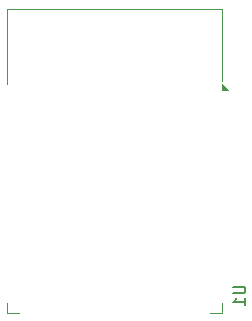
<source format=gbo>
G04 #@! TF.GenerationSoftware,KiCad,Pcbnew,9.0.4*
G04 #@! TF.CreationDate,2025-10-03T12:39:18+02:00*
G04 #@! TF.ProjectId,Mini-EMS-ESP,4d696e69-2d45-44d5-932d-4553502e6b69,rev?*
G04 #@! TF.SameCoordinates,Original*
G04 #@! TF.FileFunction,Legend,Bot*
G04 #@! TF.FilePolarity,Positive*
%FSLAX46Y46*%
G04 Gerber Fmt 4.6, Leading zero omitted, Abs format (unit mm)*
G04 Created by KiCad (PCBNEW 9.0.4) date 2025-10-03 12:39:18*
%MOMM*%
%LPD*%
G01*
G04 APERTURE LIST*
%ADD10C,0.150000*%
%ADD11C,0.120000*%
G04 APERTURE END LIST*
D10*
X127018819Y-103167095D02*
X127828342Y-103167095D01*
X127828342Y-103167095D02*
X127923580Y-103214714D01*
X127923580Y-103214714D02*
X127971200Y-103262333D01*
X127971200Y-103262333D02*
X128018819Y-103357571D01*
X128018819Y-103357571D02*
X128018819Y-103548047D01*
X128018819Y-103548047D02*
X127971200Y-103643285D01*
X127971200Y-103643285D02*
X127923580Y-103690904D01*
X127923580Y-103690904D02*
X127828342Y-103738523D01*
X127828342Y-103738523D02*
X127018819Y-103738523D01*
X128018819Y-104738523D02*
X128018819Y-104167095D01*
X128018819Y-104452809D02*
X127018819Y-104452809D01*
X127018819Y-104452809D02*
X127161676Y-104357571D01*
X127161676Y-104357571D02*
X127256914Y-104262333D01*
X127256914Y-104262333D02*
X127304533Y-104167095D01*
D11*
X107834000Y-79639000D02*
X107834000Y-86054000D01*
X107834000Y-104599000D02*
X107834000Y-105379000D01*
X107834000Y-105379000D02*
X108834000Y-105379000D01*
X126074000Y-79639000D02*
X107834000Y-79639000D01*
X126074000Y-79639000D02*
X126074000Y-85799000D01*
X126074000Y-104599000D02*
X126074000Y-105379000D01*
X126074000Y-105379000D02*
X125074000Y-105379000D01*
X126579000Y-86524000D02*
X126079000Y-86524000D01*
X126079000Y-86024000D01*
X126579000Y-86524000D01*
G36*
X126579000Y-86524000D02*
G01*
X126079000Y-86524000D01*
X126079000Y-86024000D01*
X126579000Y-86524000D01*
G37*
M02*

</source>
